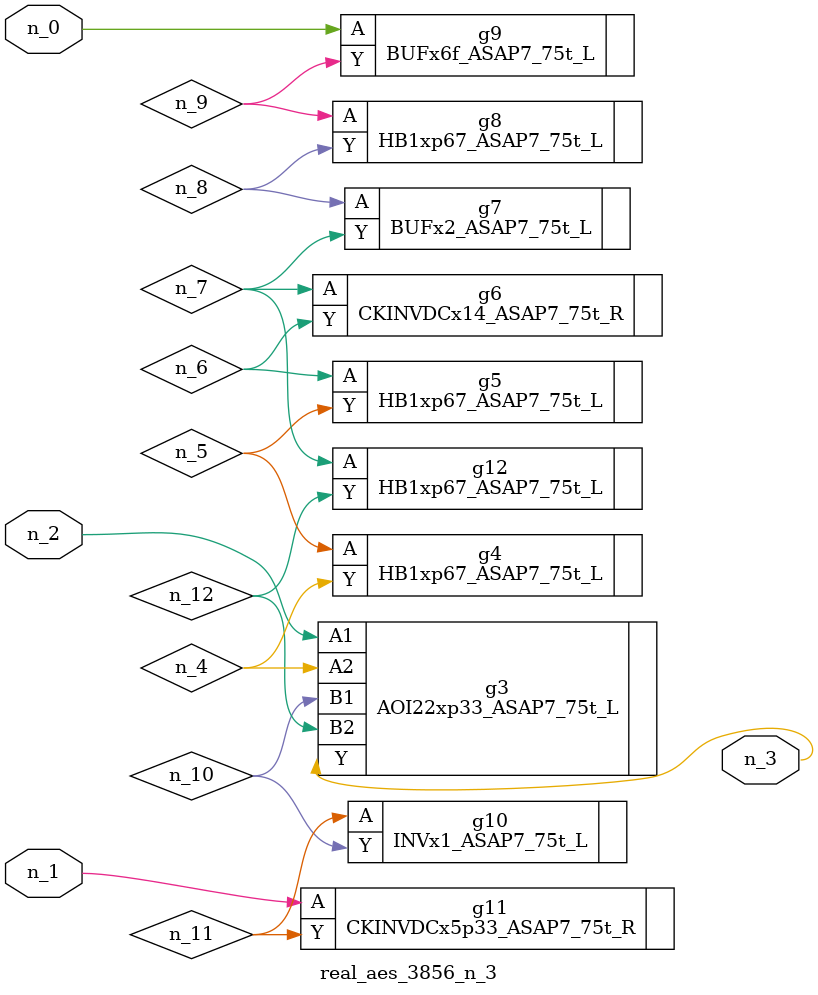
<source format=v>
module real_aes_3856_n_3 (n_0, n_2, n_1, n_3);
input n_0;
input n_2;
input n_1;
output n_3;
wire n_4;
wire n_5;
wire n_7;
wire n_8;
wire n_12;
wire n_6;
wire n_9;
wire n_10;
wire n_11;
BUFx6f_ASAP7_75t_L g9 ( .A(n_0), .Y(n_9) );
CKINVDCx5p33_ASAP7_75t_R g11 ( .A(n_1), .Y(n_11) );
AOI22xp33_ASAP7_75t_L g3 ( .A1(n_2), .A2(n_4), .B1(n_10), .B2(n_12), .Y(n_3) );
HB1xp67_ASAP7_75t_L g4 ( .A(n_5), .Y(n_4) );
HB1xp67_ASAP7_75t_L g5 ( .A(n_6), .Y(n_5) );
CKINVDCx14_ASAP7_75t_R g6 ( .A(n_7), .Y(n_6) );
HB1xp67_ASAP7_75t_L g12 ( .A(n_7), .Y(n_12) );
BUFx2_ASAP7_75t_L g7 ( .A(n_8), .Y(n_7) );
HB1xp67_ASAP7_75t_L g8 ( .A(n_9), .Y(n_8) );
INVx1_ASAP7_75t_L g10 ( .A(n_11), .Y(n_10) );
endmodule
</source>
